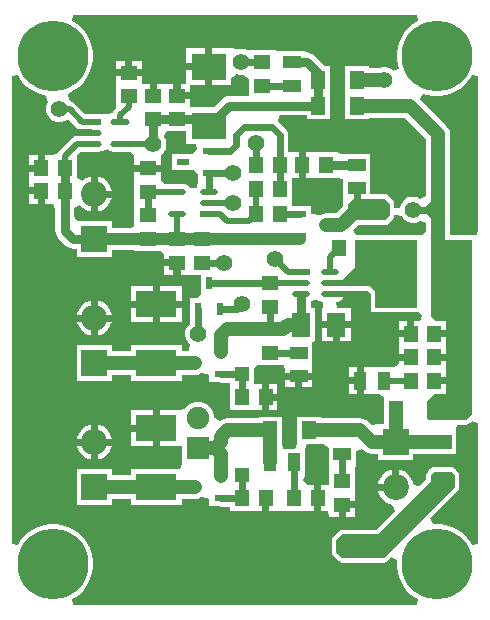
<source format=gtl>
G04*
G04 #@! TF.GenerationSoftware,Altium Limited,Altium Designer,24.9.1 (31)*
G04*
G04 Layer_Physical_Order=1*
G04 Layer_Color=255*
%FSLAX24Y24*%
%MOIN*%
G70*
G04*
G04 #@! TF.SameCoordinates,EFE55B14-B155-4399-AD63-722DAA59AC23*
G04*
G04*
G04 #@! TF.FilePolarity,Positive*
G04*
G01*
G75*
%ADD24R,0.0606X0.0197*%
G04:AMPARAMS|DCode=25|XSize=60.6mil|YSize=19.7mil|CornerRadius=9.8mil|HoleSize=0mil|Usage=FLASHONLY|Rotation=0.000|XOffset=0mil|YOffset=0mil|HoleType=Round|Shape=RoundedRectangle|*
%AMROUNDEDRECTD25*
21,1,0.0606,0.0000,0,0,0.0*
21,1,0.0409,0.0197,0,0,0.0*
1,1,0.0197,0.0205,0.0000*
1,1,0.0197,-0.0205,0.0000*
1,1,0.0197,-0.0205,0.0000*
1,1,0.0197,0.0205,0.0000*
%
%ADD25ROUNDEDRECTD25*%
G04:AMPARAMS|DCode=26|XSize=64.5mil|YSize=19.7mil|CornerRadius=9.8mil|HoleSize=0mil|Usage=FLASHONLY|Rotation=0.000|XOffset=0mil|YOffset=0mil|HoleType=Round|Shape=RoundedRectangle|*
%AMROUNDEDRECTD26*
21,1,0.0645,0.0000,0,0,0.0*
21,1,0.0448,0.0197,0,0,0.0*
1,1,0.0197,0.0224,0.0000*
1,1,0.0197,-0.0224,0.0000*
1,1,0.0197,-0.0224,0.0000*
1,1,0.0197,0.0224,0.0000*
%
%ADD26ROUNDEDRECTD26*%
%ADD27R,0.0645X0.0197*%
%ADD28R,0.0433X0.0236*%
%ADD29R,0.0472X0.0591*%
%ADD30R,0.0591X0.0472*%
%ADD31R,0.0591X0.0394*%
%ADD32R,0.0394X0.0591*%
%ADD33R,0.0551X0.0472*%
%ADD34R,0.0472X0.0551*%
%ADD35R,0.0630X0.0787*%
%ADD36R,0.0472X0.0551*%
%ADD37R,0.0551X0.0472*%
%ADD38R,0.1378X0.2244*%
%ADD39R,0.0480X0.0472*%
%ADD40R,0.0236X0.0433*%
%ADD41R,0.1378X0.0906*%
%ADD42R,0.1181X0.0906*%
%ADD65C,0.0197*%
%ADD66C,0.0236*%
%ADD67C,0.0472*%
%ADD68C,0.0315*%
%ADD69C,0.0413*%
%ADD70C,0.0866*%
%ADD71R,0.0866X0.0866*%
%ADD72R,0.0748X0.0748*%
%ADD73C,0.0748*%
%ADD74C,0.2362*%
%ADD75C,0.0551*%
G36*
X13543Y19488D02*
X13472Y19452D01*
X13301Y19328D01*
X13152Y19179D01*
X13028Y19009D01*
X12933Y18821D01*
X12868Y18621D01*
X12835Y18412D01*
Y18202D01*
X12868Y17994D01*
X12898Y17900D01*
X12881Y17887D01*
X12719Y17815D01*
X12667Y17866D01*
X12569Y17923D01*
X12459Y17953D01*
X12345D01*
X12234Y17923D01*
X12223Y17917D01*
X11904D01*
Y17972D01*
X11116D01*
Y17545D01*
X11113Y17520D01*
X11116Y17494D01*
Y17067D01*
Y16679D01*
X11113Y16654D01*
X11116Y16628D01*
Y16201D01*
X11904D01*
Y16256D01*
X13103D01*
X13815Y15544D01*
Y13650D01*
X13735Y13594D01*
X13619Y13555D01*
X13553Y13593D01*
X13443Y13622D01*
X13329D01*
X13219Y13593D01*
X13120Y13536D01*
X13039Y13455D01*
X12982Y13356D01*
X12953Y13246D01*
X12759Y13253D01*
Y13386D01*
X12747Y13447D01*
X12712Y13499D01*
X12712Y13499D01*
X12554Y13657D01*
X12502Y13692D01*
X12441Y13704D01*
X12441Y13704D01*
X11949D01*
Y14134D01*
X11949Y14252D01*
X11949Y14449D01*
Y15039D01*
X11043D01*
Y15039D01*
X10866Y15087D01*
Y15118D01*
X10276D01*
X10079Y15118D01*
X9882Y15118D01*
X9803D01*
Y14685D01*
Y14252D01*
X9882D01*
X10079Y14252D01*
X10276Y14252D01*
X10846D01*
X10866Y14252D01*
X11043Y14204D01*
X11043Y14134D01*
Y13543D01*
X11043Y13543D01*
X11060Y13386D01*
X11060Y13386D01*
Y13314D01*
X10804Y13059D01*
X10466D01*
X10364Y13045D01*
X10268Y13005D01*
X10263Y13002D01*
X10034Y13027D01*
X10019Y13035D01*
X9980Y13088D01*
Y13307D01*
X9624D01*
X9606Y13309D01*
X9331D01*
Y13425D01*
Y14252D01*
X9567D01*
Y14685D01*
Y15118D01*
X9215D01*
Y15669D01*
X9206Y15741D01*
X9178Y15808D01*
X9134Y15866D01*
X8860Y16139D01*
X8861Y16149D01*
X8928Y16336D01*
X9829D01*
Y16201D01*
X10616D01*
Y17067D01*
Y17972D01*
X10430D01*
X10067Y18335D01*
X10001Y18385D01*
X9925Y18417D01*
X9843Y18428D01*
X9783D01*
Y18465D01*
X8878D01*
X8878Y18465D01*
X8780Y18504D01*
X8780Y18504D01*
X8697Y18504D01*
X7913D01*
X7913Y18504D01*
X7729Y18534D01*
X7695Y18543D01*
X7581D01*
X7520Y18527D01*
X7323Y18563D01*
Y18563D01*
X6693D01*
Y17953D01*
Y17343D01*
X7323D01*
Y17565D01*
X7382Y17622D01*
X7520Y17694D01*
X7581Y17677D01*
X7695D01*
X7717Y17683D01*
X7893Y17574D01*
X7913Y17542D01*
Y16971D01*
X7244D01*
X7162Y16960D01*
X7085Y16929D01*
X7019Y16878D01*
X6736Y16594D01*
X5945D01*
Y16869D01*
X5512D01*
Y16988D01*
X5394D01*
Y17381D01*
X4843D01*
Y16988D01*
X4606D01*
Y17381D01*
X4480D01*
X4331Y17381D01*
X4331Y17543D01*
Y17638D01*
X3465D01*
Y17559D01*
X3465Y17362D01*
X3465D01*
Y17362D01*
X3465D01*
Y16575D01*
X3385Y16454D01*
X3359Y16392D01*
X3170Y16378D01*
X3170Y16378D01*
X3170Y16378D01*
X2707D01*
X2690Y16380D01*
X2449D01*
X2112Y16718D01*
X2058Y16759D01*
X1996Y16785D01*
X1929Y16794D01*
X1875Y16970D01*
X1876Y16990D01*
X1904Y17073D01*
X2080Y17162D01*
X2250Y17286D01*
X2399Y17435D01*
X2523Y17606D01*
X2618Y17793D01*
X2684Y17994D01*
X2717Y18202D01*
Y18412D01*
X2684Y18621D01*
X2618Y18821D01*
X2523Y19009D01*
X2399Y19179D01*
X2250Y19328D01*
X2080Y19452D01*
X2008Y19488D01*
X2056Y19685D01*
X13496D01*
X13543Y19488D01*
D02*
G37*
G36*
X15551Y17629D02*
Y12508D01*
X15512Y12327D01*
X15354Y12327D01*
X14610D01*
Y15709D01*
X14596Y15811D01*
X14556Y15907D01*
X14493Y15989D01*
X13606Y16877D01*
X13712Y17050D01*
X13860Y17001D01*
X14068Y16969D01*
X14279D01*
X14487Y17001D01*
X14687Y17067D01*
X14875Y17162D01*
X15045Y17286D01*
X15194Y17435D01*
X15318Y17606D01*
X15354Y17677D01*
X15551Y17629D01*
D02*
G37*
G36*
X233Y17606D02*
X357Y17435D01*
X506Y17286D01*
X676Y17162D01*
X864Y17067D01*
X1064Y17001D01*
X1138Y16990D01*
X1194Y16874D01*
X1215Y16778D01*
X1171Y16703D01*
X1142Y16592D01*
Y16478D01*
X1171Y16368D01*
X1228Y16270D01*
X1309Y16189D01*
X1408Y16132D01*
X1518Y16102D01*
X1632D01*
X1742Y16132D01*
X1841Y16189D01*
X1876Y16224D01*
X2087Y16012D01*
X2210Y15866D01*
Y15866D01*
X2326D01*
X2343Y15864D01*
X2343Y15864D01*
X2690D01*
Y15632D01*
X2185D01*
X2185Y15632D01*
X2168Y15630D01*
X2118D01*
X2056Y15598D01*
X2003Y15557D01*
X1589Y15143D01*
X1548Y15090D01*
X1543Y15077D01*
X1432Y15025D01*
X1365Y15004D01*
X1340Y15000D01*
X1181Y15000D01*
X1102D01*
Y14567D01*
X984D01*
Y14449D01*
X591D01*
Y14134D01*
Y13937D01*
X984D01*
Y13819D01*
X1102D01*
Y13386D01*
X1181D01*
X1378Y13386D01*
X1454Y13220D01*
Y12480D01*
X1465Y12398D01*
X1497Y12321D01*
X1547Y12256D01*
X1823Y11980D01*
X1888Y11930D01*
X1965Y11898D01*
X2047Y11887D01*
X2165D01*
Y11614D01*
X3346D01*
Y11837D01*
X4094D01*
Y11811D01*
X4882D01*
X4961Y11811D01*
X5079Y11663D01*
Y11535D01*
X5512D01*
Y11417D01*
X5630D01*
Y11024D01*
X6315D01*
Y10750D01*
X6313Y10732D01*
X6315Y10714D01*
Y10358D01*
X6164Y10246D01*
X5945D01*
Y9890D01*
X5943Y9872D01*
Y9390D01*
X5874Y9321D01*
X5817Y9222D01*
X5787Y9112D01*
Y8998D01*
X5817Y8888D01*
X5874Y8789D01*
X5955Y8709D01*
X5926Y8497D01*
X5906Y8468D01*
X5669D01*
Y8681D01*
X3976D01*
Y8468D01*
X3346D01*
Y8661D01*
X2165D01*
Y7480D01*
X3346D01*
Y7674D01*
X3976D01*
Y7461D01*
X5669D01*
Y7674D01*
X6102D01*
X6205Y7687D01*
X6301Y7727D01*
X6305Y7730D01*
X6534Y7706D01*
X6549Y7697D01*
X6588Y7645D01*
Y7425D01*
X6944D01*
X6962Y7423D01*
X7280D01*
Y7307D01*
X7283D01*
Y6504D01*
X7874D01*
X8071Y6504D01*
Y6504D01*
X8071D01*
Y6504D01*
X8346D01*
Y6937D01*
X8465D01*
D01*
X8346D01*
Y7370D01*
X8242D01*
X8075Y7370D01*
X8075Y7502D01*
Y7870D01*
X8189Y8020D01*
X8272Y8020D01*
X8934D01*
X9065Y7991D01*
X9114Y7847D01*
Y7744D01*
X9567D01*
X10020D01*
Y7862D01*
X10020Y7980D01*
X10020Y8177D01*
Y8768D01*
X10118Y8803D01*
Y9906D01*
X9963D01*
Y10128D01*
X9979Y10135D01*
X9998Y10149D01*
X10057Y10176D01*
X10191D01*
X10251Y10149D01*
X10269Y10135D01*
X10331Y10109D01*
X10381Y10102D01*
X10368Y9906D01*
X10354D01*
Y9473D01*
X10827D01*
X11299D01*
Y9906D01*
X10837D01*
X10824Y10102D01*
X10874Y10109D01*
X10936Y10135D01*
X10990Y10176D01*
X11031Y10229D01*
X11057Y10292D01*
X11066Y10358D01*
X11241Y10469D01*
X11863D01*
X11965Y10367D01*
Y9921D01*
X11969Y9906D01*
Y9768D01*
X12089D01*
X12126Y9761D01*
X13504D01*
X13541Y9768D01*
X13565D01*
X13673Y9629D01*
X13598Y9488D01*
X13492Y9488D01*
X13413D01*
Y9055D01*
X13295D01*
Y8937D01*
X12902D01*
Y8622D01*
Y8386D01*
X13295D01*
Y8150D01*
X12902D01*
Y8057D01*
X12756Y7933D01*
X12165D01*
X12047Y7933D01*
X11850Y7933D01*
X11732D01*
Y7480D01*
Y7028D01*
X11850D01*
X11969Y7028D01*
X12237Y7028D01*
X12402Y6949D01*
X12402Y6831D01*
Y6522D01*
X12398Y6496D01*
Y6036D01*
X12205Y6028D01*
Y6028D01*
X12008Y5999D01*
X11895Y6112D01*
X11813Y6175D01*
X11717Y6214D01*
X11614Y6228D01*
X10303D01*
Y6283D01*
X9516D01*
Y5857D01*
X9512Y5831D01*
X9516Y5805D01*
Y5413D01*
X9516Y5378D01*
X9430Y5217D01*
X9055Y5217D01*
X9019Y5398D01*
Y5831D01*
X9016Y5857D01*
Y6283D01*
X8228D01*
Y6228D01*
X7169D01*
X7067Y6214D01*
X6971Y6175D01*
X6941Y6152D01*
X6775Y6228D01*
X6752Y6252D01*
Y6310D01*
X6716Y6445D01*
X6646Y6567D01*
X6547Y6665D01*
X6426Y6735D01*
X6290Y6772D01*
X6151D01*
X6015Y6735D01*
X5894Y6665D01*
X5830Y6602D01*
X5728Y6547D01*
X5619Y6516D01*
X5550Y6516D01*
X4941D01*
Y5906D01*
Y5295D01*
X5492D01*
X5669Y5295D01*
X5689Y5107D01*
Y4736D01*
X5685Y4702D01*
X5603Y4547D01*
X3976D01*
Y4334D01*
X3346D01*
Y4528D01*
X2165D01*
Y3346D01*
X3346D01*
Y3540D01*
X3976D01*
Y3327D01*
X5669D01*
Y3540D01*
X6102D01*
X6205Y3553D01*
X6301Y3593D01*
X6305Y3596D01*
X6534Y3572D01*
X6549Y3564D01*
X6588Y3511D01*
Y3291D01*
X6944D01*
X6962Y3289D01*
X7283D01*
Y3134D01*
X7874D01*
X8071Y3134D01*
Y3134D01*
X8071D01*
Y3134D01*
X8346D01*
Y3567D01*
X8583D01*
Y3134D01*
X8819D01*
X8858Y3134D01*
X9016D01*
X9055Y3134D01*
X9606D01*
X9803Y3134D01*
X10000Y3134D01*
X10079D01*
Y3567D01*
Y4000D01*
X10000D01*
X9856Y4000D01*
X9727Y4166D01*
X9764Y4311D01*
X9764D01*
Y5181D01*
X9764Y5217D01*
X9849Y5378D01*
X10303D01*
Y5378D01*
X10374Y5390D01*
X10571Y5241D01*
Y4716D01*
X10571Y4689D01*
X10571D01*
X10591Y4528D01*
X10591D01*
Y4197D01*
X10591Y4000D01*
X10394Y4000D01*
X10315D01*
Y3567D01*
Y3134D01*
X10394D01*
X10553Y3134D01*
X10591Y2953D01*
X10628D01*
X10628Y2953D01*
X10906D01*
Y3346D01*
X11024D01*
Y3465D01*
X11457D01*
Y3543D01*
X11457Y3740D01*
X11457Y3937D01*
Y4528D01*
X11457D01*
X11476Y4689D01*
X11476D01*
X11476Y4716D01*
Y5129D01*
X11673Y5210D01*
X11721Y5162D01*
X11804Y5099D01*
X11899Y5059D01*
X12002Y5046D01*
X12205D01*
Y4846D01*
X13386D01*
Y5040D01*
X13917D01*
Y5039D01*
X14823D01*
Y5824D01*
X14823Y5827D01*
X14830Y6021D01*
X15157D01*
X15157Y6021D01*
X15219Y6033D01*
X15271Y6068D01*
X15354Y6151D01*
X15551Y6069D01*
Y2056D01*
X15354Y2008D01*
X15318Y2080D01*
X15194Y2250D01*
X15045Y2399D01*
X14875Y2523D01*
X14687Y2618D01*
X14487Y2684D01*
X14279Y2717D01*
X14068D01*
X14045Y2713D01*
X13951Y2897D01*
X14806Y3752D01*
X14823D01*
Y3769D01*
X14877Y3823D01*
X14912Y3876D01*
X14924Y3937D01*
X14924Y3937D01*
Y4331D01*
X14924Y4331D01*
X14912Y4392D01*
X14877Y4444D01*
X14877Y4444D01*
X14823Y4499D01*
Y4539D01*
X14782D01*
X14759Y4562D01*
X14707Y4597D01*
X14646Y4609D01*
X14646Y4609D01*
X14094D01*
X14094Y4609D01*
X14033Y4597D01*
X13981Y4562D01*
X13981Y4562D01*
X13958Y4539D01*
X13917D01*
Y4499D01*
X13863Y4444D01*
X13828Y4392D01*
X13816Y4331D01*
X13816Y4331D01*
Y4200D01*
X13583Y3967D01*
X13495Y3980D01*
X13377Y4040D01*
X13363Y4109D01*
X13319Y4217D01*
X13254Y4313D01*
X13172Y4396D01*
X13075Y4460D01*
X12968Y4505D01*
X12913Y4516D01*
Y3937D01*
X12795D01*
Y3819D01*
X12217D01*
X12227Y3765D01*
X12272Y3657D01*
X12337Y3561D01*
X12419Y3478D01*
X12516Y3414D01*
X12623Y3369D01*
X12692Y3355D01*
X12753Y3237D01*
X12765Y3150D01*
X12138Y2523D01*
X11024D01*
X10962Y2511D01*
X10910Y2476D01*
X10910Y2476D01*
X10713Y2279D01*
X10678Y2227D01*
X10666Y2165D01*
X10666Y2165D01*
Y1772D01*
X10666Y1772D01*
X10678Y1710D01*
X10713Y1658D01*
X10910Y1461D01*
X10910Y1461D01*
X10962Y1426D01*
X11024Y1414D01*
X11024Y1414D01*
X12402D01*
X12463Y1426D01*
X12515Y1461D01*
X12515Y1461D01*
X12654Y1600D01*
X12838Y1506D01*
X12835Y1483D01*
Y1273D01*
X12868Y1064D01*
X12933Y864D01*
X13028Y676D01*
X13152Y506D01*
X13301Y357D01*
X13472Y233D01*
X13543Y197D01*
X13496Y0D01*
X2056D01*
X2008Y197D01*
X2080Y233D01*
X2250Y357D01*
X2399Y506D01*
X2523Y676D01*
X2618Y864D01*
X2684Y1064D01*
X2717Y1273D01*
Y1483D01*
X2684Y1691D01*
X2618Y1892D01*
X2523Y2080D01*
X2399Y2250D01*
X2250Y2399D01*
X2080Y2523D01*
X1892Y2618D01*
X1691Y2684D01*
X1483Y2717D01*
X1273D01*
X1064Y2684D01*
X864Y2618D01*
X676Y2523D01*
X506Y2399D01*
X357Y2250D01*
X233Y2080D01*
X197Y2008D01*
X0Y2056D01*
Y17629D01*
X197Y17677D01*
X233Y17606D01*
D02*
G37*
G36*
X5827Y15374D02*
X6128D01*
X6169Y15219D01*
X6044Y15055D01*
X6004D01*
X5341D01*
Y14504D01*
X6004D01*
X6089Y14504D01*
X6201Y14353D01*
Y14134D01*
X6201D01*
X6171Y13950D01*
X6148Y13920D01*
X6065Y13909D01*
X6014D01*
X5931Y13920D01*
X5899Y13962D01*
X5846Y14003D01*
X5783Y14029D01*
X5716Y14038D01*
X5307D01*
X5307Y14038D01*
X5101D01*
X4961Y14173D01*
X4961Y14370D01*
Y14449D01*
X4094D01*
Y14370D01*
X4094Y14173D01*
X4094Y13976D01*
Y13583D01*
X4094Y13386D01*
X4094D01*
Y13386D01*
X4094D01*
Y12795D01*
X4094Y12598D01*
X3909Y12572D01*
X3346D01*
Y12795D01*
X2165D01*
X2089Y12961D01*
Y13255D01*
X2267Y13331D01*
X2326Y13299D01*
X2379Y13246D01*
X2476Y13181D01*
X2584Y13137D01*
X2638Y13126D01*
Y13705D01*
Y14283D01*
X2584Y14273D01*
X2476Y14228D01*
X2379Y14163D01*
X2362Y14146D01*
X2165Y14228D01*
Y14989D01*
X2292Y15116D01*
X2915D01*
X2981Y15125D01*
X3044Y15150D01*
X3202Y15192D01*
X3256Y15150D01*
X3318Y15125D01*
X3385Y15116D01*
X3994D01*
X4094Y14961D01*
Y14685D01*
X4961D01*
Y14961D01*
X5071Y15108D01*
X5128Y15207D01*
X5157Y15317D01*
Y15431D01*
X5128Y15541D01*
X5088Y15610D01*
X5124Y15719D01*
X5183Y15806D01*
X5827D01*
Y15374D01*
D02*
G37*
G36*
X12598Y13386D02*
Y12992D01*
X12441Y12835D01*
X11339D01*
X11220Y12953D01*
Y13386D01*
X11378Y13543D01*
X12441D01*
X12598Y13386D01*
D02*
G37*
G36*
X13010Y12974D02*
X13039Y12923D01*
X13120Y12842D01*
X13219Y12785D01*
X13329Y12756D01*
X13443D01*
X13553Y12785D01*
X13619Y12823D01*
X13735Y12784D01*
X13815Y12728D01*
Y12430D01*
X13661Y12327D01*
X13619Y12327D01*
X11474D01*
X11393Y12524D01*
X11543Y12674D01*
X12441D01*
X12502Y12686D01*
X12554Y12721D01*
X12554Y12721D01*
X12712Y12879D01*
X12747Y12931D01*
X12759Y12992D01*
X12780Y13015D01*
X12854Y13018D01*
X13010Y12974D01*
D02*
G37*
G36*
X13504Y9921D02*
X12126D01*
Y10433D01*
X11929Y10630D01*
X10433D01*
Y10827D01*
X11024D01*
X11457Y11260D01*
Y12165D01*
X13504D01*
Y9921D01*
D02*
G37*
G36*
X15354Y6378D02*
X15157Y6181D01*
X13898D01*
X13858Y6220D01*
Y6811D01*
X14094Y7047D01*
X14476D01*
Y7362D01*
X14083D01*
Y7598D01*
X14476D01*
Y7835D01*
Y8150D01*
X14083D01*
Y8386D01*
X14476D01*
Y8622D01*
Y8937D01*
X14083D01*
Y9173D01*
X14476D01*
Y9488D01*
X14134D01*
X13976Y9646D01*
Y12165D01*
X15354D01*
Y6378D01*
D02*
G37*
G36*
X14764Y4331D02*
Y3937D01*
X12402Y1575D01*
X11024D01*
X10827Y1772D01*
Y2165D01*
X11024Y2362D01*
X12205D01*
X13976Y4134D01*
Y4331D01*
X14094Y4449D01*
X14646D01*
X14764Y4331D01*
D02*
G37*
%LPC*%
G36*
X6457Y18563D02*
X5827D01*
Y18071D01*
X6457D01*
Y18563D01*
D02*
G37*
G36*
X4331Y18150D02*
X4016D01*
Y17874D01*
X4331D01*
Y18150D01*
D02*
G37*
G36*
X3780D02*
X3465D01*
Y17874D01*
X3780D01*
Y18150D01*
D02*
G37*
G36*
X6457Y17835D02*
X5827D01*
Y17490D01*
X5827Y17381D01*
X5764Y17381D01*
X5630D01*
Y17106D01*
X5945D01*
Y17233D01*
X5945Y17343D01*
X6008Y17343D01*
X6457D01*
Y17835D01*
D02*
G37*
G36*
X866Y15000D02*
X591D01*
Y14685D01*
X866D01*
Y15000D01*
D02*
G37*
G36*
Y13701D02*
X591D01*
Y13386D01*
X866D01*
Y13701D01*
D02*
G37*
G36*
X5394Y11299D02*
X5079D01*
Y11024D01*
X5394D01*
Y11299D01*
D02*
G37*
G36*
X5669Y10650D02*
X4941D01*
Y10157D01*
X5669D01*
Y10650D01*
D02*
G37*
G36*
X4705D02*
X3976D01*
Y10157D01*
X4705D01*
Y10650D01*
D02*
G37*
G36*
X2874Y10149D02*
Y9689D01*
X3335D01*
X3324Y9743D01*
X3279Y9851D01*
X3215Y9947D01*
X3132Y10030D01*
X3036Y10094D01*
X2928Y10139D01*
X2874Y10149D01*
D02*
G37*
G36*
X2638D02*
X2584Y10139D01*
X2476Y10094D01*
X2379Y10030D01*
X2297Y9947D01*
X2233Y9851D01*
X2188Y9743D01*
X2177Y9689D01*
X2638D01*
Y10149D01*
D02*
G37*
G36*
X5669Y9921D02*
X4941D01*
Y9429D01*
X5669D01*
Y9921D01*
D02*
G37*
G36*
X4705D02*
X3976D01*
Y9429D01*
X4705D01*
Y9921D01*
D02*
G37*
G36*
X13177Y9488D02*
X12902D01*
Y9173D01*
X13177D01*
Y9488D01*
D02*
G37*
G36*
X3335Y9453D02*
X2874D01*
Y8992D01*
X2928Y9003D01*
X3036Y9048D01*
X3132Y9112D01*
X3215Y9194D01*
X3279Y9291D01*
X3324Y9399D01*
X3335Y9453D01*
D02*
G37*
G36*
X2638D02*
X2177D01*
X2188Y9399D01*
X2233Y9291D01*
X2297Y9194D01*
X2379Y9112D01*
X2476Y9048D01*
X2584Y9003D01*
X2638Y8992D01*
Y9453D01*
D02*
G37*
G36*
X11299Y9236D02*
X10945D01*
Y8803D01*
X11299D01*
Y9236D01*
D02*
G37*
G36*
X10709D02*
X10354D01*
Y8803D01*
X10709D01*
Y9236D01*
D02*
G37*
G36*
X11496Y7933D02*
X11260D01*
Y7598D01*
X11496D01*
Y7933D01*
D02*
G37*
G36*
X10020Y7508D02*
X9685D01*
Y7272D01*
X10020D01*
Y7508D01*
D02*
G37*
G36*
X9449D02*
X9114D01*
Y7272D01*
X9449D01*
Y7508D01*
D02*
G37*
G36*
X8583Y7370D02*
Y7055D01*
X8858D01*
Y7370D01*
X8583D01*
D02*
G37*
G36*
X11496Y7362D02*
X11260D01*
Y7028D01*
X11496D01*
Y7362D01*
D02*
G37*
G36*
X8858Y6819D02*
X8583D01*
Y6504D01*
X8858D01*
Y6819D01*
D02*
G37*
G36*
X4705Y6516D02*
X3976D01*
Y6024D01*
X4705D01*
Y6516D01*
D02*
G37*
G36*
X2874Y6016D02*
Y5555D01*
X3335D01*
X3324Y5609D01*
X3279Y5717D01*
X3215Y5813D01*
X3132Y5896D01*
X3036Y5960D01*
X2928Y6005D01*
X2874Y6016D01*
D02*
G37*
G36*
X2638Y6016D02*
X2584Y6005D01*
X2476Y5960D01*
X2379Y5896D01*
X2297Y5813D01*
X2233Y5717D01*
X2188Y5609D01*
X2177Y5555D01*
X2638D01*
Y6016D01*
D02*
G37*
G36*
X4705Y5787D02*
X3976D01*
Y5295D01*
X4705D01*
Y5787D01*
D02*
G37*
G36*
X3335Y5319D02*
X2874D01*
Y4858D01*
X2928Y4869D01*
X3036Y4914D01*
X3132Y4978D01*
X3215Y5061D01*
X3279Y5157D01*
X3324Y5265D01*
X3335Y5319D01*
D02*
G37*
G36*
X2638D02*
X2177D01*
X2188Y5265D01*
X2233Y5157D01*
X2297Y5061D01*
X2379Y4978D01*
X2476Y4914D01*
X2584Y4869D01*
X2638Y4858D01*
Y5319D01*
D02*
G37*
G36*
X12677Y4516D02*
X12623Y4505D01*
X12516Y4460D01*
X12419Y4396D01*
X12337Y4313D01*
X12272Y4217D01*
X12227Y4109D01*
X12217Y4055D01*
X12677D01*
Y4516D01*
D02*
G37*
G36*
X11457Y3228D02*
X11142D01*
Y2953D01*
X11457D01*
Y3228D01*
D02*
G37*
G36*
X2874Y14283D02*
Y13823D01*
X3335D01*
X3324Y13877D01*
X3279Y13984D01*
X3215Y14081D01*
X3132Y14163D01*
X3036Y14228D01*
X2928Y14273D01*
X2874Y14283D01*
D02*
G37*
G36*
X3335Y13587D02*
X2874D01*
Y13126D01*
X2928Y13137D01*
X3036Y13181D01*
X3132Y13246D01*
X3215Y13328D01*
X3279Y13425D01*
X3324Y13532D01*
X3335Y13587D01*
D02*
G37*
%LPD*%
D24*
X9646Y11106D02*
D03*
X6567Y13032D02*
D03*
D25*
X9646Y10732D02*
D03*
Y10358D02*
D03*
X10603D02*
D03*
Y10732D02*
D03*
Y11106D02*
D03*
X5512Y13032D02*
D03*
Y13780D02*
D03*
X6567D02*
D03*
Y13406D02*
D03*
D26*
X3609Y16122D02*
D03*
Y15374D02*
D03*
X2690D02*
D03*
Y15748D02*
D03*
D27*
Y16122D02*
D03*
D28*
X6575Y14409D02*
D03*
Y15149D02*
D03*
X5715Y14779D02*
D03*
X6962Y3567D02*
D03*
Y4307D02*
D03*
X6102Y3937D02*
D03*
X9606Y13032D02*
D03*
Y12292D02*
D03*
X10466Y12661D02*
D03*
X6962Y7701D02*
D03*
Y8441D02*
D03*
X6102Y8071D02*
D03*
D29*
X8622Y5831D02*
D03*
X9909D02*
D03*
X14083Y6496D02*
D03*
X12795D02*
D03*
X11510Y17520D02*
D03*
X10222D02*
D03*
X11510Y16654D02*
D03*
X10222D02*
D03*
D30*
X14370Y4146D02*
D03*
Y5433D02*
D03*
D31*
X9567Y8413D02*
D03*
Y7626D02*
D03*
X9331Y18110D02*
D03*
Y17323D02*
D03*
X11024Y5831D02*
D03*
Y5043D02*
D03*
X11496Y13898D02*
D03*
Y14685D02*
D03*
D32*
X12402Y7480D02*
D03*
X11614D02*
D03*
X8622Y4764D02*
D03*
X9409D02*
D03*
D33*
X5512Y12205D02*
D03*
Y11417D02*
D03*
Y16988D02*
D03*
Y16200D02*
D03*
X4724Y16988D02*
D03*
Y16200D02*
D03*
D34*
X984Y14567D02*
D03*
X1772D02*
D03*
X984Y13819D02*
D03*
X1772D02*
D03*
X13295Y8268D02*
D03*
X14083D02*
D03*
X13295Y9055D02*
D03*
X14083D02*
D03*
X11693Y11894D02*
D03*
X10906D02*
D03*
D35*
X10827Y9354D02*
D03*
X9646D02*
D03*
D36*
X8465Y3567D02*
D03*
X7677D02*
D03*
X10197D02*
D03*
X9409D02*
D03*
X8150Y14685D02*
D03*
X8937D02*
D03*
X8937Y13858D02*
D03*
X8150D02*
D03*
X10472Y14685D02*
D03*
X9685D02*
D03*
X8150Y13032D02*
D03*
X8937D02*
D03*
X8465Y6937D02*
D03*
X7677D02*
D03*
X13295Y7480D02*
D03*
X14083D02*
D03*
D37*
X11024Y3346D02*
D03*
Y4134D02*
D03*
X4528Y14567D02*
D03*
Y13780D02*
D03*
Y12992D02*
D03*
Y12205D02*
D03*
X6339Y11417D02*
D03*
Y12205D02*
D03*
X8346Y18110D02*
D03*
Y17323D02*
D03*
X3898Y17756D02*
D03*
Y16968D02*
D03*
X8622Y8413D02*
D03*
Y9201D02*
D03*
Y10732D02*
D03*
Y9945D02*
D03*
D38*
X14665Y11048D02*
D03*
X12815D02*
D03*
D39*
X7677Y4331D02*
D03*
Y5831D02*
D03*
Y7701D02*
D03*
Y9201D02*
D03*
D40*
X6220Y9872D02*
D03*
X6960D02*
D03*
X6590Y10732D02*
D03*
D41*
X4823Y8071D02*
D03*
Y10039D02*
D03*
Y3937D02*
D03*
Y5906D02*
D03*
D42*
X6575Y17953D02*
D03*
Y15984D02*
D03*
D65*
X11223Y10358D02*
X11518Y10063D01*
X11614D01*
X10603Y10358D02*
X11223D01*
X6567Y13406D02*
X7362D01*
X8780Y11535D02*
X9209Y11106D01*
X9646D01*
X10603D02*
Y11591D01*
X10906Y11894D01*
X3609Y16122D02*
Y16325D01*
X3898Y16614D01*
Y16968D01*
X1575Y16535D02*
X1929D01*
X2343Y16122D01*
X2690D01*
X1581Y15748D02*
X2690D01*
X12598Y7480D02*
X13295D01*
X6567Y13032D02*
X6929D01*
X7165Y12795D02*
X7913D01*
X6929Y13032D02*
X7165Y12795D01*
X5512Y12205D02*
Y13032D01*
X1772Y14567D02*
Y14961D01*
X3609Y15374D02*
X4724D01*
X1772Y14961D02*
X2185Y15374D01*
X2690D01*
X4528Y13780D02*
X5512D01*
X8150Y13032D02*
Y13858D01*
X7913Y12795D02*
X8150Y13032D01*
X8622Y10732D02*
X9646D01*
D66*
X3780Y14567D02*
X4528D01*
X6339Y11417D02*
X7087D01*
X7510Y9872D02*
X7677Y10039D01*
X13858Y13189D02*
X14094Y12953D01*
X13858Y13189D02*
X14094Y13425D01*
X13386Y13189D02*
X13858D01*
X6960Y9872D02*
X7510D01*
X11496Y13543D02*
X11654Y13386D01*
X11496Y13543D02*
Y13898D01*
X8346Y17323D02*
X9331D01*
X7638Y18110D02*
X8346D01*
X7480Y15354D02*
Y15669D01*
X7756Y15945D02*
X8661D01*
X7480Y15669D02*
X7756Y15945D01*
X6575Y15149D02*
X7275D01*
X7480Y15354D01*
X8150Y14685D02*
Y15394D01*
X6590Y10732D02*
X8622D01*
X6220Y9055D02*
Y9872D01*
X8937Y13032D02*
X9606D01*
X4528Y12992D02*
Y13780D01*
X6575Y14409D02*
X7362D01*
X8937Y14685D02*
Y15669D01*
Y13858D02*
Y14685D01*
X8661Y15945D02*
X8937Y15669D01*
X6575Y13819D02*
Y14409D01*
X8622Y8413D02*
X9567D01*
X8622Y9201D02*
Y9945D01*
X11024Y5043D02*
X11024Y5043D01*
Y4134D02*
Y5043D01*
X9409Y3567D02*
Y4764D01*
X7677Y6937D02*
Y7701D01*
X6962D02*
X7677D01*
Y3567D02*
Y4331D01*
X6962Y3567D02*
X7677D01*
D67*
X9909Y5831D02*
X11024D01*
X11614D01*
X12795Y5437D02*
Y6496D01*
Y5437D02*
X14370D01*
X12002Y5443D02*
X12790D01*
X11614Y5831D02*
X12002Y5443D01*
X11510Y17520D02*
X12402D01*
X12402Y17520D01*
X14213Y11500D02*
Y15709D01*
Y11500D02*
X14665Y11048D01*
X13268Y16654D02*
X14213Y15709D01*
X11510Y16654D02*
X13268D01*
X10969Y12661D02*
X11496Y13189D01*
X10466Y12661D02*
X10969D01*
X6962Y4307D02*
Y5053D01*
Y5427D02*
Y5624D01*
X6776Y5240D02*
X6962Y5053D01*
X6776Y5240D02*
X6962Y5427D01*
X6220Y5240D02*
X6776D01*
X6962Y5624D02*
X7169Y5831D01*
X7677D01*
X8622D01*
X9197Y9354D02*
X9646D01*
X8622Y9201D02*
X9043D01*
X7677D02*
X8622D01*
X9043D02*
X9197Y9354D01*
X6962Y8441D02*
Y8994D01*
X8622Y4764D02*
Y5831D01*
X6962Y8994D02*
X7169Y9201D01*
X7677D01*
X4823Y8071D02*
X6102D01*
X2756D02*
X4823D01*
Y3937D02*
X6102D01*
X2756D02*
X4823D01*
D68*
X9331Y18110D02*
X9843D01*
X10222Y17520D02*
Y17730D01*
Y16654D02*
Y17520D01*
X9843Y18110D02*
X10222Y17730D01*
X8346Y18110D02*
X8346Y18110D01*
X7244Y16654D02*
X10222D01*
X10472Y14685D02*
X11496D01*
X6575Y15984D02*
X7244Y16654D01*
X5512Y16200D02*
X6359D01*
X4724D02*
X5512D01*
X6359D02*
X6575Y15984D01*
X2047Y12205D02*
X2756D01*
X1772Y12480D02*
X2047Y12205D01*
X1772Y12480D02*
Y13819D01*
Y14567D01*
X4724Y15374D02*
Y16200D01*
X9646Y9354D02*
Y10276D01*
D69*
X2756Y12205D02*
X5512D01*
X6339D02*
X9616D01*
X5512D02*
X6339D01*
D70*
X2756Y9571D02*
D03*
Y13705D02*
D03*
Y5437D02*
D03*
X12795Y3937D02*
D03*
D71*
X2756Y8071D02*
D03*
Y12205D02*
D03*
Y3937D02*
D03*
X12795Y5437D02*
D03*
D72*
X6220Y5240D02*
D03*
D73*
Y6240D02*
D03*
D74*
X1378Y18307D02*
D03*
Y1378D02*
D03*
X14173D02*
D03*
Y18307D02*
D03*
D75*
X15118Y13032D02*
D03*
Y15748D02*
D03*
X12402D02*
D03*
X3740Y1969D02*
D03*
X4921D02*
D03*
X6102D02*
D03*
X11614Y9276D02*
D03*
X12402Y8488D02*
D03*
X9685Y15748D02*
D03*
X6102Y18898D02*
D03*
X4921D02*
D03*
X3740D02*
D03*
X3780Y14567D02*
D03*
X12402Y17520D02*
D03*
X7362Y13406D02*
D03*
X8780Y11535D02*
D03*
X7087Y11417D02*
D03*
X7677Y10039D02*
D03*
X13386Y13189D02*
D03*
X12008Y1969D02*
D03*
X7638Y18110D02*
D03*
X1575Y16535D02*
D03*
X1581Y15748D02*
D03*
X11220Y1969D02*
D03*
X12205Y13189D02*
D03*
X11496D02*
D03*
X4724Y15374D02*
D03*
X6220Y9055D02*
D03*
X8150Y15394D02*
D03*
X7362Y14409D02*
D03*
X12402Y9276D02*
D03*
X11614Y10063D02*
D03*
Y8488D02*
D03*
M02*

</source>
